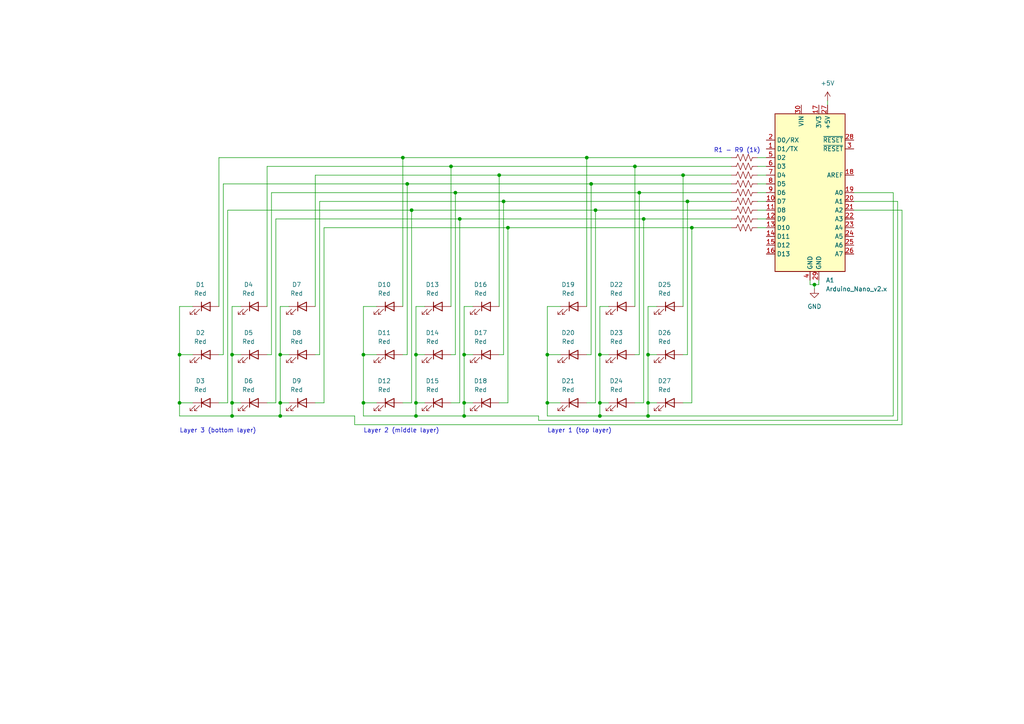
<source format=kicad_sch>
(kicad_sch (version 20211123) (generator eeschema)
  (paper "A4")
  (title_block (title "Nano 3x3 LED Cube") (date "2023-04-04") (rev "Rev 1") (company "UnsignedArduinio") (comment 1 "Schematic for the 3x3 LED Cube"))
  (lib_symbols
    (symbol "Device:LED" (pin_numbers hide) (pin_names (offset 1.016) hide)
      (property "Reference" "D" (at 0 2.54 0))
      (property "Value" "LED" (at 0 -2.54 0))
      (symbol "LED_0_1"
        (polyline (pts (xy -1.27 -1.27) (xy -1.27 1.27)) (stroke (width 0.254)))
        (polyline (pts (xy -1.27 0) (xy 1.27 0)))
        (polyline (pts (xy 1.27 -1.27) (xy 1.27 1.27) (xy -1.27 0) (xy 1.27 -1.27)) (stroke (width 0.254)))
        (polyline (pts (xy -3.048 -0.762) (xy -4.572 -2.286) (xy -3.81 -2.286) (xy -4.572 -2.286) (xy -4.572 -1.524)))
        (polyline (pts (xy -1.778 -0.762) (xy -3.302 -2.286) (xy -2.54 -2.286) (xy -3.302 -2.286) (xy -3.302 -1.524)))
      )
      (symbol "LED_1_1"
        (pin passive line (at -3.81 0 0) (length 2.54) (name "K") (number "1"))
        (pin passive line (at 3.81 0 180) (length 2.54) (name "A") (number "2"))
      )
    )
    (symbol "Device:R_US" (pin_numbers hide) (pin_names (offset 0))
      (property "Reference" "R" (at 2.54 0 90))
      (property "Value" "R_US" (at -2.54 0 90))
      (symbol "R_US_0_1"
        (polyline (pts (xy 0 -2.286) (xy 0 -2.54)))
        (polyline (pts (xy 0 2.286) (xy 0 2.54)))
        (polyline (pts (xy 0 -0.762) (xy 1.016 -1.143) (xy 0 -1.524) (xy -1.016 -1.905) (xy 0 -2.286)))
        (polyline (pts (xy 0 0.762) (xy 1.016 0.381) (xy 0 0) (xy -1.016 -0.381) (xy 0 -0.762)))
        (polyline (pts (xy 0 2.286) (xy 1.016 1.905) (xy 0 1.524) (xy -1.016 1.143) (xy 0 0.762)))
      )
      (symbol "R_US_1_1"
        (pin passive line (at 0 3.81 270) (length 1.27) (name "~") (number "1"))
        (pin passive line (at 0 -3.81 90) (length 1.27) (name "~") (number "2"))
      )
    )
    (symbol "MCU_Module:Arduino_Nano_v2.x"
      (property "Reference" "A" (at -10.16 23.495 0))
      (property "Value" "Arduino_Nano_v2.x" (at 5.08 -24.13 0))
      (symbol "Arduino_Nano_v2.x_0_1"
        (rectangle (start -10.16 22.86) (end 10.16 -22.86) (stroke (width 0.254)) (fill (type background)))
      )
      (symbol "Arduino_Nano_v2.x_1_1"
        (pin bidirectional line (at -12.7 12.7 0) (length 2.54) (name "D1/TX") (number "1"))
        (pin bidirectional line (at -12.7 -2.54 0) (length 2.54) (name "D7") (number "10"))
        (pin bidirectional line (at -12.7 -5.08 0) (length 2.54) (name "D8") (number "11"))
        (pin bidirectional line (at -12.7 -7.62 0) (length 2.54) (name "D9") (number "12"))
        (pin bidirectional line (at -12.7 -10.16 0) (length 2.54) (name "D10") (number "13"))
        (pin bidirectional line (at -12.7 -12.7 0) (length 2.54) (name "D11") (number "14"))
        (pin bidirectional line (at -12.7 -15.24 0) (length 2.54) (name "D12") (number "15"))
        (pin bidirectional line (at -12.7 -17.78 0) (length 2.54) (name "D13") (number "16"))
        (pin power_out line (at 2.54 25.4 270) (length 2.54) (name "3V3") (number "17"))
        (pin input line (at 12.7 5.08 180) (length 2.54) (name "AREF") (number "18"))
        (pin bidirectional line (at 12.7 0 180) (length 2.54) (name "A0") (number "19"))
        (pin bidirectional line (at -12.7 15.24 0) (length 2.54) (name "D0/RX") (number "2"))
        (pin bidirectional line (at 12.7 -2.54 180) (length 2.54) (name "A1") (number "20"))
        (pin bidirectional line (at 12.7 -5.08 180) (length 2.54) (name "A2") (number "21"))
        (pin bidirectional line (at 12.7 -7.62 180) (length 2.54) (name "A3") (number "22"))
        (pin bidirectional line (at 12.7 -10.16 180) (length 2.54) (name "A4") (number "23"))
        (pin bidirectional line (at 12.7 -12.7 180) (length 2.54) (name "A5") (number "24"))
        (pin bidirectional line (at 12.7 -15.24 180) (length 2.54) (name "A6") (number "25"))
        (pin bidirectional line (at 12.7 -17.78 180) (length 2.54) (name "A7") (number "26"))
        (pin power_out line (at 5.08 25.4 270) (length 2.54) (name "+5V") (number "27"))
        (pin input line (at 12.7 15.24 180) (length 2.54) (name "~{RESET}") (number "28"))
        (pin power_in line (at 2.54 -25.4 90) (length 2.54) (name "GND") (number "29"))
        (pin input line (at 12.7 12.7 180) (length 2.54) (name "~{RESET}") (number "3"))
        (pin power_in line (at -2.54 25.4 270) (length 2.54) (name "VIN") (number "30"))
        (pin power_in line (at 0 -25.4 90) (length 2.54) (name "GND") (number "4"))
        (pin bidirectional line (at -12.7 10.16 0) (length 2.54) (name "D2") (number "5"))
        (pin bidirectional line (at -12.7 7.62 0) (length 2.54) (name "D3") (number "6"))
        (pin bidirectional line (at -12.7 5.08 0) (length 2.54) (name "D4") (number "7"))
        (pin bidirectional line (at -12.7 2.54 0) (length 2.54) (name "D5") (number "8"))
        (pin bidirectional line (at -12.7 0 0) (length 2.54) (name "D6") (number "9"))
      )
    )
    (symbol "power:+5V" (power) (pin_names (offset 0))
      (property "Value" "+5V" (at 0 3.556 0))
      (symbol "+5V_0_1"
        (polyline (pts (xy -0.762 1.27) (xy 0 2.54)))
        (polyline (pts (xy 0 0) (xy 0 2.54)))
        (polyline (pts (xy 0 2.54) (xy 0.762 1.27)))
      )
      (symbol "+5V_1_1"
        (pin power_in line (at 0 0 90) (length 0) hide (name "+5V") (number "1"))
      )
    )
    (symbol "power:GND" (power) (pin_names (offset 0))
      (property "Value" "GND" (at 0 -3.81 0))
      (symbol "GND_0_1"
        (polyline (pts (xy 0 0) (xy 0 -1.27) (xy 1.27 -1.27) (xy 0 -2.54) (xy -1.27 -1.27) (xy 0 -1.27)))
      )
      (symbol "GND_1_1"
        (pin power_in line (at 0 0 270) (length 0) hide (name "GND") (number "1"))
      )
    )
  )
  (junction (at 116.84 45.72))
  (junction (at 81.28 102.87))
  (junction (at 118.11 53.34))
  (junction (at 144.78 50.8))
  (junction (at 119.38 60.96))
  (junction (at 173.99 102.87))
  (junction (at 52.07 102.87))
  (junction (at 52.07 116.84))
  (junction (at 185.42 55.88))
  (junction (at 146.05 58.42))
  (junction (at 172.72 60.96))
  (junction (at 81.28 120.65))
  (junction (at 105.41 116.84))
  (junction (at 186.69 63.5))
  (junction (at 187.96 102.87))
  (junction (at 132.08 55.88))
  (junction (at 158.75 102.87))
  (junction (at 130.81 48.26))
  (junction (at 134.62 102.87))
  (junction (at 134.62 120.65))
  (junction (at 184.15 48.26))
  (junction (at 199.39 58.42))
  (junction (at 81.28 116.84))
  (junction (at 236.22 82.55))
  (junction (at 173.99 116.84))
  (junction (at 67.31 116.84))
  (junction (at 147.32 66.04))
  (junction (at 120.65 116.84))
  (junction (at 67.31 120.65))
  (junction (at 105.41 102.87))
  (junction (at 120.65 102.87))
  (junction (at 198.12 50.8))
  (junction (at 120.65 120.65))
  (junction (at 133.35 63.5))
  (junction (at 173.99 120.65))
  (junction (at 158.75 116.84))
  (junction (at 171.45 53.34))
  (junction (at 170.18 45.72))
  (junction (at 200.66 66.04))
  (junction (at 187.96 120.65))
  (junction (at 67.31 102.87))
  (junction (at 134.62 116.84))
  (junction (at 187.96 116.84))
  (wire (pts (xy 236.22 82.55) (xy 237.49 82.55)))
  (wire (pts (xy 52.07 102.87) (xy 52.07 116.84)))
  (wire (pts (xy 116.84 116.84) (xy 119.38 116.84)))
  (wire (pts (xy 146.05 58.42) (xy 92.71 58.42)))
  (wire (pts (xy 116.84 45.72) (xy 170.18 45.72)))
  (wire (pts (xy 184.15 102.87) (xy 185.42 102.87)))
  (wire (pts (xy 158.75 102.87) (xy 162.56 102.87)))
  (wire (pts (xy 146.05 58.42) (xy 199.39 58.42)))
  (wire (pts (xy 172.72 60.96) (xy 119.38 60.96)))
  (wire (pts (xy 156.21 120.65) (xy 156.21 121.92)))
  (wire (pts (xy 69.85 88.9) (xy 67.31 88.9)))
  (wire (pts (xy 120.65 116.84) (xy 123.19 116.84)))
  (wire (pts (xy 185.42 55.88) (xy 132.08 55.88)))
  (wire (pts (xy 173.99 88.9) (xy 173.99 102.87)))
  (wire (pts (xy 105.41 102.87) (xy 109.22 102.87)))
  (wire (pts (xy 134.62 116.84) (xy 137.16 116.84)))
  (wire (pts (xy 52.07 88.9) (xy 52.07 102.87)))
  (wire (pts (xy 147.32 66.04) (xy 147.32 116.84)))
  (wire (pts (xy 80.01 63.5) (xy 80.01 116.84)))
  (wire (pts (xy 247.65 55.88) (xy 259.08 55.88)))
  (wire (pts (xy 105.41 102.87) (xy 105.41 116.84)))
  (wire (pts (xy 52.07 102.87) (xy 55.88 102.87)))
  (wire (pts (xy 187.96 116.84) (xy 187.96 120.65)))
  (wire (pts (xy 158.75 116.84) (xy 158.75 120.65)))
  (wire (pts (xy 199.39 58.42) (xy 212.09 58.42)))
  (wire (pts (xy 130.81 48.26) (xy 130.81 88.9)))
  (wire (pts (xy 120.65 116.84) (xy 120.65 120.65)))
  (wire (pts (xy 173.99 102.87) (xy 176.53 102.87)))
  (wire (pts (xy 77.47 48.26) (xy 77.47 88.9)))
  (wire (pts (xy 187.96 116.84) (xy 190.5 116.84)))
  (wire (pts (xy 144.78 116.84) (xy 147.32 116.84)))
  (wire (pts (xy 170.18 116.84) (xy 172.72 116.84)))
  (wire (pts (xy 212.09 63.5) (xy 186.69 63.5)))
  (wire (pts (xy 219.71 55.88) (xy 222.25 55.88)))
  (wire (pts (xy 123.19 88.9) (xy 120.65 88.9)))
  (wire (pts (xy 261.62 123.19) (xy 261.62 60.96)))
  (wire (pts (xy 130.81 102.87) (xy 132.08 102.87)))
  (wire (pts (xy 105.41 116.84) (xy 105.41 120.65)))
  (wire (pts (xy 119.38 60.96) (xy 66.04 60.96)))
  (wire (pts (xy 219.71 60.96) (xy 222.25 60.96)))
  (wire (pts (xy 118.11 53.34) (xy 64.77 53.34)))
  (wire (pts (xy 55.88 88.9) (xy 52.07 88.9)))
  (wire (pts (xy 190.5 88.9) (xy 187.96 88.9)))
  (wire (pts (xy 184.15 48.26) (xy 212.09 48.26)))
  (wire (pts (xy 134.62 102.87) (xy 137.16 102.87)))
  (wire (pts (xy 172.72 60.96) (xy 172.72 116.84)))
  (wire (pts (xy 187.96 120.65) (xy 259.08 120.65)))
  (wire (pts (xy 133.35 63.5) (xy 133.35 116.84)))
  (wire (pts (xy 63.5 102.87) (xy 64.77 102.87)))
  (wire (pts (xy 102.87 123.19) (xy 261.62 123.19)))
  (wire (pts (xy 219.71 53.34) (xy 222.25 53.34)))
  (wire (pts (xy 187.96 88.9) (xy 187.96 102.87)))
  (wire (pts (xy 219.71 63.5) (xy 222.25 63.5)))
  (wire (pts (xy 81.28 120.65) (xy 102.87 120.65)))
  (wire (pts (xy 234.95 81.28) (xy 234.95 82.55)))
  (wire (pts (xy 184.15 48.26) (xy 184.15 88.9)))
  (wire (pts (xy 93.98 66.04) (xy 93.98 116.84)))
  (wire (pts (xy 212.09 66.04) (xy 200.66 66.04)))
  (wire (pts (xy 109.22 88.9) (xy 105.41 88.9)))
  (wire (pts (xy 52.07 116.84) (xy 52.07 120.65)))
  (wire (pts (xy 77.47 102.87) (xy 78.74 102.87)))
  (wire (pts (xy 67.31 116.84) (xy 67.31 120.65)))
  (wire (pts (xy 63.5 45.72) (xy 63.5 88.9)))
  (wire (pts (xy 120.65 102.87) (xy 123.19 102.87)))
  (wire (pts (xy 105.41 88.9) (xy 105.41 102.87)))
  (wire (pts (xy 158.75 120.65) (xy 173.99 120.65)))
  (wire (pts (xy 67.31 88.9) (xy 67.31 102.87)))
  (wire (pts (xy 77.47 116.84) (xy 80.01 116.84)))
  (wire (pts (xy 198.12 102.87) (xy 199.39 102.87)))
  (wire (pts (xy 137.16 88.9) (xy 134.62 88.9)))
  (wire (pts (xy 67.31 120.65) (xy 81.28 120.65)))
  (wire (pts (xy 184.15 116.84) (xy 186.69 116.84)))
  (wire (pts (xy 173.99 116.84) (xy 176.53 116.84)))
  (wire (pts (xy 234.95 82.55) (xy 236.22 82.55)))
  (wire (pts (xy 105.41 120.65) (xy 120.65 120.65)))
  (wire (pts (xy 162.56 88.9) (xy 158.75 88.9)))
  (wire (pts (xy 247.65 60.96) (xy 261.62 60.96)))
  (wire (pts (xy 173.99 102.87) (xy 173.99 116.84)))
  (wire (pts (xy 247.65 58.42) (xy 260.35 58.42)))
  (wire (pts (xy 66.04 60.96) (xy 66.04 116.84)))
  (wire (pts (xy 170.18 45.72) (xy 212.09 45.72)))
  (wire (pts (xy 173.99 120.65) (xy 187.96 120.65)))
  (wire (pts (xy 171.45 53.34) (xy 118.11 53.34)))
  (wire (pts (xy 170.18 45.72) (xy 170.18 88.9)))
  (wire (pts (xy 240.03 29.21) (xy 240.03 30.48)))
  (wire (pts (xy 130.81 116.84) (xy 133.35 116.84)))
  (wire (pts (xy 52.07 120.65) (xy 67.31 120.65)))
  (wire (pts (xy 118.11 53.34) (xy 118.11 102.87)))
  (wire (pts (xy 132.08 55.88) (xy 78.74 55.88)))
  (wire (pts (xy 219.71 48.26) (xy 222.25 48.26)))
  (wire (pts (xy 83.82 88.9) (xy 81.28 88.9)))
  (wire (pts (xy 236.22 82.55) (xy 236.22 83.82)))
  (wire (pts (xy 219.71 66.04) (xy 222.25 66.04)))
  (wire (pts (xy 185.42 55.88) (xy 185.42 102.87)))
  (wire (pts (xy 219.71 50.8) (xy 222.25 50.8)))
  (wire (pts (xy 212.09 55.88) (xy 185.42 55.88)))
  (wire (pts (xy 81.28 116.84) (xy 83.82 116.84)))
  (wire (pts (xy 186.69 63.5) (xy 186.69 116.84)))
  (wire (pts (xy 92.71 58.42) (xy 92.71 102.87)))
  (wire (pts (xy 199.39 58.42) (xy 199.39 102.87)))
  (wire (pts (xy 120.65 120.65) (xy 134.62 120.65)))
  (wire (pts (xy 184.15 48.26) (xy 130.81 48.26)))
  (wire (pts (xy 176.53 88.9) (xy 173.99 88.9)))
  (wire (pts (xy 200.66 66.04) (xy 200.66 116.84)))
  (wire (pts (xy 171.45 53.34) (xy 171.45 102.87)))
  (wire (pts (xy 198.12 50.8) (xy 198.12 88.9)))
  (wire (pts (xy 200.66 66.04) (xy 147.32 66.04)))
  (wire (pts (xy 147.32 66.04) (xy 93.98 66.04)))
  (wire (pts (xy 158.75 88.9) (xy 158.75 102.87)))
  (wire (pts (xy 198.12 50.8) (xy 212.09 50.8)))
  (wire (pts (xy 146.05 58.42) (xy 146.05 102.87)))
  (wire (pts (xy 91.44 50.8) (xy 91.44 88.9)))
  (wire (pts (xy 67.31 102.87) (xy 69.85 102.87)))
  (wire (pts (xy 260.35 121.92) (xy 260.35 58.42)))
  (wire (pts (xy 187.96 102.87) (xy 190.5 102.87)))
  (wire (pts (xy 134.62 88.9) (xy 134.62 102.87)))
  (wire (pts (xy 116.84 45.72) (xy 116.84 88.9)))
  (wire (pts (xy 212.09 60.96) (xy 172.72 60.96)))
  (wire (pts (xy 173.99 116.84) (xy 173.99 120.65)))
  (wire (pts (xy 156.21 121.92) (xy 260.35 121.92)))
  (wire (pts (xy 63.5 45.72) (xy 116.84 45.72)))
  (wire (pts (xy 102.87 120.65) (xy 102.87 123.19)))
  (wire (pts (xy 52.07 116.84) (xy 55.88 116.84)))
  (wire (pts (xy 116.84 102.87) (xy 118.11 102.87)))
  (wire (pts (xy 259.08 120.65) (xy 259.08 55.88)))
  (wire (pts (xy 134.62 102.87) (xy 134.62 116.84)))
  (wire (pts (xy 134.62 120.65) (xy 156.21 120.65)))
  (wire (pts (xy 186.69 63.5) (xy 133.35 63.5)))
  (wire (pts (xy 81.28 102.87) (xy 81.28 116.84)))
  (wire (pts (xy 144.78 102.87) (xy 146.05 102.87)))
  (wire (pts (xy 144.78 50.8) (xy 198.12 50.8)))
  (wire (pts (xy 120.65 102.87) (xy 120.65 116.84)))
  (wire (pts (xy 91.44 102.87) (xy 92.71 102.87)))
  (wire (pts (xy 130.81 48.26) (xy 77.47 48.26)))
  (wire (pts (xy 144.78 50.8) (xy 144.78 88.9)))
  (wire (pts (xy 212.09 53.34) (xy 171.45 53.34)))
  (wire (pts (xy 132.08 55.88) (xy 132.08 102.87)))
  (wire (pts (xy 198.12 116.84) (xy 200.66 116.84)))
  (wire (pts (xy 237.49 81.28) (xy 237.49 82.55)))
  (wire (pts (xy 134.62 116.84) (xy 134.62 120.65)))
  (wire (pts (xy 81.28 88.9) (xy 81.28 102.87)))
  (wire (pts (xy 78.74 55.88) (xy 78.74 102.87)))
  (wire (pts (xy 158.75 102.87) (xy 158.75 116.84)))
  (wire (pts (xy 119.38 60.96) (xy 119.38 116.84)))
  (wire (pts (xy 120.65 88.9) (xy 120.65 102.87)))
  (wire (pts (xy 81.28 102.87) (xy 83.82 102.87)))
  (wire (pts (xy 67.31 116.84) (xy 69.85 116.84)))
  (wire (pts (xy 91.44 116.84) (xy 93.98 116.84)))
  (wire (pts (xy 187.96 102.87) (xy 187.96 116.84)))
  (wire (pts (xy 144.78 50.8) (xy 91.44 50.8)))
  (wire (pts (xy 63.5 116.84) (xy 66.04 116.84)))
  (wire (pts (xy 219.71 58.42) (xy 222.25 58.42)))
  (wire (pts (xy 219.71 45.72) (xy 222.25 45.72)))
  (wire (pts (xy 67.31 102.87) (xy 67.31 116.84)))
  (wire (pts (xy 158.75 116.84) (xy 162.56 116.84)))
  (wire (pts (xy 170.18 102.87) (xy 171.45 102.87)))
  (wire (pts (xy 81.28 116.84) (xy 81.28 120.65)))
  (wire (pts (xy 105.41 116.84) (xy 109.22 116.84)))
  (wire (pts (xy 64.77 53.34) (xy 64.77 102.87)))
  (wire (pts (xy 133.35 63.5) (xy 80.01 63.5)))
  (text "R1 - R9 (1k)" (at 207.01 44.45 0) (effects (font (size 1.27 1.27)) (justify left bottom)))
  (text "Layer 3 (bottom layer)\n" (at 52.07 125.73 0) (effects (font (size 1.27 1.27)) (justify left bottom)))
  (text "Layer 1 (top layer)\n" (at 158.75 125.73 0) (effects (font (size 1.27 1.27)) (justify left bottom)))
  (text "Layer 2 (middle layer)\n" (at 105.41 125.73 0) (effects (font (size 1.27 1.27)) (justify left bottom)))
  (symbol (lib_id "Device:LED") (at 127 102.87 0) (unit 1)
    (property "Reference" "D14" (at 125.4125 96.52 0))
    (property "Value" "Red" (at 125.4125 99.06 0))
  )
  (symbol (lib_id "Device:LED") (at 59.69 102.87 0) (unit 1)
    (property "Reference" "D2" (at 58.1025 96.52 0))
    (property "Value" "Red" (at 58.1025 99.06 0))
  )
  (symbol (lib_id "Device:LED") (at 87.63 116.84 0) (unit 1)
    (property "Reference" "D9" (at 86.0425 110.49 0))
    (property "Value" "Red" (at 86.0425 113.03 0))
  )
  (symbol (lib_id "Device:LED") (at 87.63 88.9 0) (unit 1)
    (property "Reference" "D7" (at 86.0425 82.55 0))
    (property "Value" "Red" (at 86.0425 85.09 0))
  )
  (symbol (lib_id "Device:LED") (at 194.31 88.9 0) (unit 1)
    (property "Reference" "D25" (at 192.7225 82.55 0))
    (property "Value" "Red" (at 192.7225 85.09 0))
  )
  (symbol (lib_id "Device:LED") (at 73.66 116.84 0) (unit 1)
    (property "Reference" "D6" (at 72.0725 110.49 0))
    (property "Value" "Red" (at 72.0725 113.03 0))
  )
  (symbol (lib_id "Device:R_US") (at 215.9 45.72 90) (unit 1)
    (property "Reference" "R1" (effects hide))
    (property "Value" "1k" (effects hide))
  )
  (symbol (lib_id "Device:R_US") (at 215.9 58.42 90) (unit 1)
    (property "Reference" "R6" (effects hide))
    (property "Value" "1k" (effects hide))
  )
  (symbol (lib_id "Device:LED") (at 73.66 88.9 0) (unit 1)
    (property "Reference" "D4" (at 72.0725 82.55 0))
    (property "Value" "Red" (at 72.0725 85.09 0))
  )
  (symbol (lib_id "Device:R_US") (at 215.9 55.88 90) (unit 1)
    (property "Reference" "R5" (effects hide))
    (property "Value" "1k" (effects hide))
  )
  (symbol (lib_id "Device:LED") (at 113.03 88.9 0) (unit 1)
    (property "Reference" "D10" (at 111.4425 82.55 0))
    (property "Value" "Red" (at 111.4425 85.09 0))
  )
  (symbol (lib_id "Device:LED") (at 73.66 102.87 0) (unit 1)
    (property "Reference" "D5" (at 72.0725 96.52 0))
    (property "Value" "Red" (at 72.0725 99.06 0))
  )
  (symbol (lib_id "Device:LED") (at 180.34 88.9 0) (unit 1)
    (property "Reference" "D22" (at 178.7525 82.55 0))
    (property "Value" "Red" (at 178.7525 85.09 0))
  )
  (symbol (lib_id "Device:LED") (at 140.97 116.84 0) (unit 1)
    (property "Reference" "D18" (at 139.3825 110.49 0))
    (property "Value" "Red" (at 139.3825 113.03 0))
  )
  (symbol (lib_id "Device:LED") (at 127 88.9 0) (unit 1)
    (property "Reference" "D13" (at 125.4125 82.55 0))
    (property "Value" "Red" (at 125.4125 85.09 0))
  )
  (symbol (lib_id "Device:LED") (at 194.31 116.84 0) (unit 1)
    (property "Reference" "D27" (at 192.7225 110.49 0))
    (property "Value" "Red" (at 192.7225 113.03 0))
  )
  (symbol (lib_id "Device:LED") (at 87.63 102.87 0) (unit 1)
    (property "Reference" "D8" (at 86.0425 96.52 0))
    (property "Value" "Red" (at 86.0425 99.06 0))
  )
  (symbol (lib_id "Device:LED") (at 59.69 88.9 0) (unit 1)
    (property "Reference" "D1" (at 58.1025 82.55 0))
    (property "Value" "Red" (at 58.1025 85.09 0))
  )
  (symbol (lib_id "Device:LED") (at 127 116.84 0) (unit 1)
    (property "Reference" "D15" (at 125.4125 110.49 0))
    (property "Value" "Red" (at 125.4125 113.03 0))
  )
  (symbol (lib_id "Device:LED") (at 113.03 102.87 0) (unit 1)
    (property "Reference" "D11" (at 111.4425 96.52 0))
    (property "Value" "Red" (at 111.4425 99.06 0))
  )
  (symbol (lib_id "Device:R_US") (at 215.9 60.96 90) (unit 1)
    (property "Reference" "R7" (effects hide))
    (property "Value" "1k" (effects hide))
  )
  (symbol (lib_id "Device:LED") (at 194.31 102.87 0) (unit 1)
    (property "Reference" "D26" (at 192.7225 96.52 0))
    (property "Value" "Red" (at 192.7225 99.06 0))
  )
  (symbol (lib_id "power:+5V") (at 240.03 29.21 0) (unit 1)
    (property "Reference" "#PWR0102" (effects hide))
    (property "Value" "+5V" (at 240.03 24.13 0))
  )
  (symbol (lib_id "Device:LED") (at 140.97 88.9 0) (unit 1)
    (property "Reference" "D16" (at 139.3825 82.55 0))
    (property "Value" "Red" (at 139.3825 85.09 0))
  )
  (symbol (lib_id "Device:LED") (at 140.97 102.87 0) (unit 1)
    (property "Reference" "D17" (at 139.3825 96.52 0))
    (property "Value" "Red" (at 139.3825 99.06 0))
  )
  (symbol (lib_id "Device:R_US") (at 215.9 50.8 90) (unit 1)
    (property "Reference" "R3" (effects hide))
    (property "Value" "1k" (effects hide))
  )
  (symbol (lib_id "MCU_Module:Arduino_Nano_v2.x") (at 234.95 55.88 0) (unit 1)
    (property "Reference" "A1" (at 239.5094 81.28 0) (effects (justify left)))
    (property "Value" "Arduino_Nano_v2.x" (at 239.5094 83.82 0) (effects (justify left)))
    (property "Footprint" "Module:Arduino_Nano" (effects hide))
    (property "Datasheet" "https://www.arduino.cc/en/uploads/Main/ArduinoNanoManual23.pdf" (effects hide))
  )
  (symbol (lib_id "Device:LED") (at 180.34 102.87 0) (unit 1)
    (property "Reference" "D23" (at 178.7525 96.52 0))
    (property "Value" "Red" (at 178.7525 99.06 0))
  )
  (symbol (lib_id "Device:LED") (at 59.69 116.84 0) (unit 1)
    (property "Reference" "D3" (at 58.1025 110.49 0))
    (property "Value" "Red" (at 58.1025 113.03 0))
  )
  (symbol (lib_id "power:GND") (at 236.22 83.82 0) (unit 1)
    (property "Reference" "#PWR0101" (effects hide))
    (property "Value" "GND" (at 236.22 88.9 0))
  )
  (symbol (lib_id "Device:LED") (at 166.37 102.87 0) (unit 1)
    (property "Reference" "D20" (at 164.7825 96.52 0))
    (property "Value" "Red" (at 164.7825 99.06 0))
  )
  (symbol (lib_id "Device:R_US") (at 215.9 63.5 90) (unit 1)
    (property "Reference" "R8" (effects hide))
    (property "Value" "1k" (effects hide))
  )
  (symbol (lib_id "Device:R_US") (at 215.9 48.26 90) (unit 1)
    (property "Reference" "R2" (effects hide))
    (property "Value" "1k" (effects hide))
  )
  (symbol (lib_id "Device:LED") (at 166.37 116.84 0) (unit 1)
    (property "Reference" "D21" (at 164.7825 110.49 0))
    (property "Value" "Red" (at 164.7825 113.03 0))
  )
  (symbol (lib_id "Device:LED") (at 166.37 88.9 0) (unit 1)
    (property "Reference" "D19" (at 164.7825 82.55 0))
    (property "Value" "Red" (at 164.7825 85.09 0))
  )
  (symbol (lib_id "Device:LED") (at 113.03 116.84 0) (unit 1)
    (property "Reference" "D12" (at 111.4425 110.49 0))
    (property "Value" "Red" (at 111.4425 113.03 0))
  )
  (symbol (lib_id "Device:LED") (at 180.34 116.84 0) (unit 1)
    (property "Reference" "D24" (at 178.7525 110.49 0))
    (property "Value" "Red" (at 178.7525 113.03 0))
  )
  (symbol (lib_id "Device:R_US") (at 215.9 53.34 90) (unit 1)
    (property "Reference" "R4" (effects hide))
    (property "Value" "1k" (effects hide))
  )
  (symbol (lib_id "Device:R_US") (at 215.9 66.04 90) (unit 1)
    (property "Reference" "R9" (effects hide))
    (property "Value" "1k" (effects hide))
  )
)
</source>
